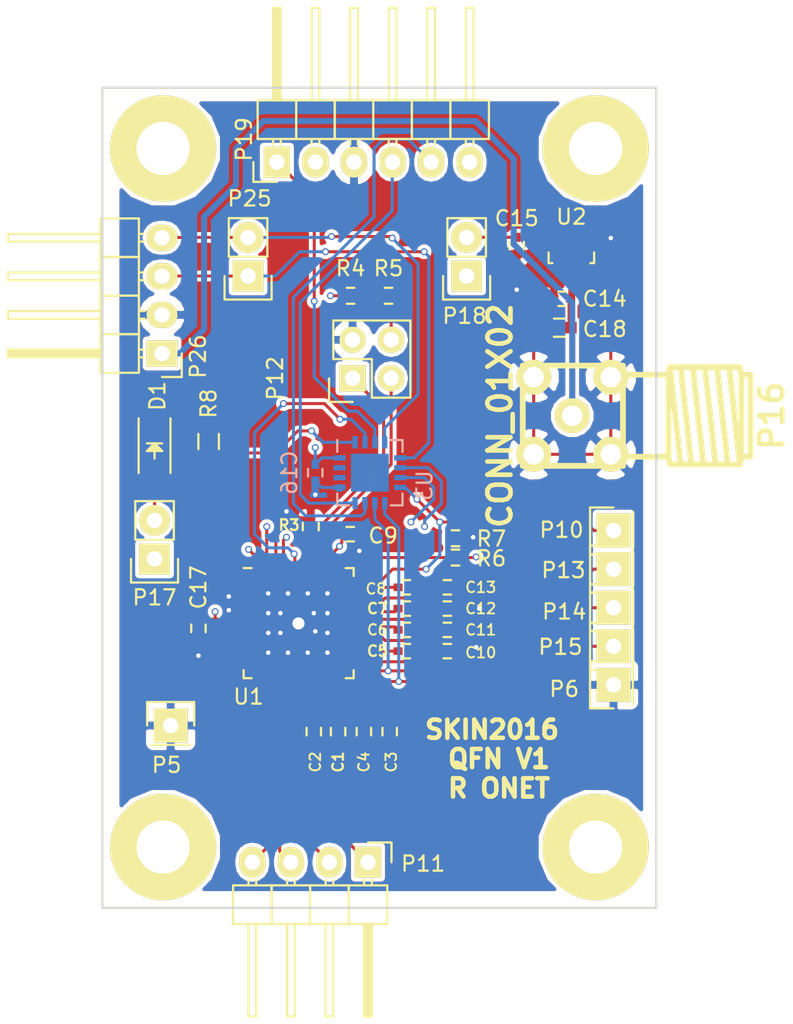
<source format=kicad_pcb>
(kicad_pcb (version 20160815) (host pcbnew no-vcs-found-undefined)
  (layers (0 F.Cu signal) (1 In1.Cu signal) (2 In2.Cu signal) (31 B.Cu signal) (34 B.Paste user) (35 F.Paste user) (36 B.SilkS user) (37 F.SilkS user) (38 B.Mask user) (39 F.Mask user) (44 Edge.Cuts user))
  (net 0 "")
  (net 1 GND)
  (net 2 "Net-(C5-Pad2)")
  (net 3 "Net-(C6-Pad2)")
  (net 4 "Net-(C8-Pad2)")
  (net 5 +1V8)
  (net 6 "Net-(C10-Pad1)")
  (net 7 "Net-(C11-Pad1)")
  (net 8 "Net-(C12-Pad1)")
  (net 9 "Net-(C13-Pad1)")
  (net 10 "Net-(C15-Pad1)")
  (net 11 "Net-(D1-Pad2)")
  (net 12 "Net-(D1-Pad1)")
  (net 13 "Net-(P11-Pad1)")
  (net 14 "Net-(P11-Pad2)")
  (net 15 "Net-(P11-Pad3)")
  (net 16 "Net-(P11-Pad4)")
  (net 17 "Net-(P12-Pad1)")
  (net 18 "Net-(P12-Pad3)")
  (net 19 "Net-(P12-Pad4)")
  (net 20 /VREF_SE)
  (net 21 /MCLR)
  (net 22 /PGD)
  (net 23 /PGC)
  (net 24 "Net-(R3-Pad2)")
  (net 25 "Net-(R4-Pad2)")
  (net 26 /CFG_DAT)
  (net 27 /CFG_CLK)
  (net 28 /CLK_REF)
  (net 29 /VOUTN)
  (net 30 /VOUTP)
  (net 31 /VOUT_SE)
  (net 32 "Net-(C1-Pad1)")
  (net 33 "Net-(C1-Pad2)")
  (net 34 "Net-(C2-Pad1)")
  (net 35 "Net-(C3-Pad1)")
  (net 36 "Net-(C3-Pad2)")
  (net 37 "Net-(C4-Pad1)")
  (net 38 "Net-(C7-Pad2)")
  (net 39 /RESET_SKIN)
  (net 40 /3V)
  (net 41 /RX_DATA)
  (net 42 /TX_DATA)
  (module Housings_DFN_QFN:QFN-48-1EP_7x7mm_Pitch0.5mm (layer F.Cu) (at 149.432 143.256)
    (fp_text reference U1 (at -3.302 4.844) (layer F.SilkS))
    (fp_text value SKINC2016_QFN48)
    (pad 49 smd rect (at -1.93125 -1.93125) (size 1.2875 1.2875) (layers F.Cu F.Paste F.Mask) (net 1 GND))
    (pad 49 smd rect (at -1.93125 -0.64375) (size 1.2875 1.2875) (layers F.Cu F.Paste F.Mask) (net 1 GND))
    (pad 49 smd rect (at -1.93125 0.64375) (size 1.2875 1.2875) (layers F.Cu F.Paste F.Mask) (net 1 GND))
    (pad 49 smd rect (at -1.93125 1.93125) (size 1.2875 1.2875) (layers F.Cu F.Paste F.Mask) (net 1 GND))
    (pad 49 smd rect (at -0.64375 -1.93125) (size 1.2875 1.2875) (layers F.Cu F.Paste F.Mask) (net 1 GND))
    (pad 49 smd rect (at -0.64375 -0.64375) (size 1.2875 1.2875) (layers F.Cu F.Paste F.Mask) (net 1 GND))
    (pad 49 smd rect (at -0.64375 0.64375) (size 1.2875 1.2875) (layers F.Cu F.Paste F.Mask) (net 1 GND))
    (pad 49 smd rect (at -0.64375 1.93125) (size 1.2875 1.2875) (layers F.Cu F.Paste F.Mask) (net 1 GND))
    (pad 49 smd rect (at 0.64375 -1.93125) (size 1.2875 1.2875) (layers F.Cu F.Paste F.Mask) (net 1 GND))
    (pad 49 smd rect (at 0.64375 -0.64375) (size 1.2875 1.2875) (layers F.Cu F.Paste F.Mask) (net 1 GND))
    (pad 49 smd rect (at 0.64375 0.64375) (size 1.2875 1.2875) (layers F.Cu F.Paste F.Mask) (net 1 GND))
    (pad 49 smd rect (at 0.64375 1.93125) (size 1.2875 1.2875) (layers F.Cu F.Paste F.Mask) (net 1 GND))
    (pad 49 smd rect (at 1.93125 -1.93125) (size 1.2875 1.2875) (layers F.Cu F.Paste F.Mask) (net 1 GND))
    (pad 49 smd rect (at 1.93125 -0.64375) (size 1.2875 1.2875) (layers F.Cu F.Paste F.Mask) (net 1 GND))
    (pad 49 smd rect (at 1.93125 0.64375) (size 1.2875 1.2875) (layers F.Cu F.Paste F.Mask) (net 1 GND))
    (pad 49 smd rect (at 1.93125 1.93125) (size 1.2875 1.2875) (layers F.Cu F.Paste F.Mask) (net 1 GND))
    (pad 48 smd rect (at -2.75 -3.4 90) (size 0.7 0.25) (layers F.Cu F.Paste F.Mask))
    (pad 47 smd rect (at -2.25 -3.4 90) (size 0.7 0.25) (layers F.Cu F.Paste F.Mask) (net 5 +1V8))
    (pad 46 smd rect (at -1.75 -3.4 90) (size 0.7 0.25) (layers F.Cu F.Paste F.Mask) (net 26 /CFG_DAT))
    (pad 45 smd rect (at -1.25 -3.4 90) (size 0.7 0.25) (layers F.Cu F.Paste F.Mask) (net 39 /RESET_SKIN))
    (pad 44 smd rect (at -0.75 -3.4 90) (size 0.7 0.25) (layers F.Cu F.Paste F.Mask) (net 27 /CFG_CLK))
    (pad 43 smd rect (at -0.25 -3.4 90) (size 0.7 0.25) (layers F.Cu F.Paste F.Mask) (net 28 /CLK_REF))
    (pad 42 smd rect (at 0.25 -3.4 90) (size 0.7 0.25) (layers F.Cu F.Paste F.Mask) (net 24 "Net-(R3-Pad2)"))
    (pad 41 smd rect (at 0.75 -3.4 90) (size 0.7 0.25) (layers F.Cu F.Paste F.Mask) (net 17 "Net-(P12-Pad1)"))
    (pad 40 smd rect (at 1.25 -3.4 90) (size 0.7 0.25) (layers F.Cu F.Paste F.Mask) (net 18 "Net-(P12-Pad3)"))
    (pad 39 smd rect (at 1.75 -3.4 90) (size 0.7 0.25) (layers F.Cu F.Paste F.Mask) (net 5 +1V8))
    (pad 38 smd rect (at 2.25 -3.4 90) (size 0.7 0.25) (layers F.Cu F.Paste F.Mask) (net 1 GND))
    (pad 37 smd rect (at 2.75 -3.4 90) (size 0.7 0.25) (layers F.Cu F.Paste F.Mask))
    (pad 36 smd rect (at 3.4 -2.75) (size 0.7 0.25) (layers F.Cu F.Paste F.Mask) (net 20 /VREF_SE))
    (pad 35 smd rect (at 3.4 -2.25) (size 0.7 0.25) (layers F.Cu F.Paste F.Mask) (net 31 /VOUT_SE))
    (pad 34 smd rect (at 3.4 -1.75) (size 0.7 0.25) (layers F.Cu F.Paste F.Mask) (net 4 "Net-(C8-Pad2)"))
    (pad 33 smd rect (at 3.4 -1.25) (size 0.7 0.25) (layers F.Cu F.Paste F.Mask) (net 9 "Net-(C13-Pad1)"))
    (pad 32 smd rect (at 3.4 -0.75) (size 0.7 0.25) (layers F.Cu F.Paste F.Mask) (net 38 "Net-(C7-Pad2)"))
    (pad 31 smd rect (at 3.4 -0.25) (size 0.7 0.25) (layers F.Cu F.Paste F.Mask) (net 8 "Net-(C12-Pad1)"))
    (pad 30 smd rect (at 3.4 0.25) (size 0.7 0.25) (layers F.Cu F.Paste F.Mask) (net 3 "Net-(C6-Pad2)"))
    (pad 29 smd rect (at 3.4 0.75) (size 0.7 0.25) (layers F.Cu F.Paste F.Mask) (net 7 "Net-(C11-Pad1)"))
    (pad 28 smd rect (at 3.4 1.25) (size 0.7 0.25) (layers F.Cu F.Paste F.Mask) (net 2 "Net-(C5-Pad2)"))
    (pad 27 smd rect (at 3.4 1.75) (size 0.7 0.25) (layers F.Cu F.Paste F.Mask) (net 6 "Net-(C10-Pad1)"))
    (pad 26 smd rect (at 3.4 2.25) (size 0.7 0.25) (layers F.Cu F.Paste F.Mask) (net 30 /VOUTP))
    (pad 25 smd rect (at 3.4 2.75) (size 0.7 0.25) (layers F.Cu F.Paste F.Mask) (net 29 /VOUTN))
    (pad 24 smd rect (at 2.75 3.4 90) (size 0.7 0.25) (layers F.Cu F.Paste F.Mask) (net 35 "Net-(C3-Pad1)"))
    (pad 23 smd rect (at 2.25 3.4 90) (size 0.7 0.25) (layers F.Cu F.Paste F.Mask) (net 37 "Net-(C4-Pad1)"))
    (pad 22 smd rect (at 1.75 3.4 90) (size 0.7 0.25) (layers F.Cu F.Paste F.Mask) (net 36 "Net-(C3-Pad2)"))
    (pad 21 smd rect (at 1.25 3.4 90) (size 0.7 0.25) (layers F.Cu F.Paste F.Mask) (net 32 "Net-(C1-Pad1)"))
    (pad 20 smd rect (at 0.75 3.4 90) (size 0.7 0.25) (layers F.Cu F.Paste F.Mask) (net 34 "Net-(C2-Pad1)"))
    (pad 19 smd rect (at 0.25 3.4 90) (size 0.7 0.25) (layers F.Cu F.Paste F.Mask) (net 33 "Net-(C1-Pad2)"))
    (pad 18 smd rect (at -0.25 3.4 90) (size 0.7 0.25) (layers F.Cu F.Paste F.Mask) (net 13 "Net-(P11-Pad1)"))
    (pad 17 smd rect (at -0.75 3.4 90) (size 0.7 0.25) (layers F.Cu F.Paste F.Mask) (net 14 "Net-(P11-Pad2)"))
    (pad 16 smd rect (at -1.25 3.4 90) (size 0.7 0.25) (layers F.Cu F.Paste F.Mask) (net 15 "Net-(P11-Pad3)"))
    (pad 15 smd rect (at -1.75 3.4 90) (size 0.7 0.25) (layers F.Cu F.Paste F.Mask) (net 16 "Net-(P11-Pad4)"))
    (pad 14 smd rect (at -2.25 3.4 90) (size 0.7 0.25) (layers F.Cu F.Paste F.Mask))
    (pad 13 smd rect (at -2.75 3.4 90) (size 0.7 0.25) (layers F.Cu F.Paste F.Mask))
    (pad 12 smd rect (at -3.4 2.75) (size 0.7 0.25) (layers F.Cu F.Paste F.Mask))
    (pad 11 smd rect (at -3.4 2.25) (size 0.7 0.25) (layers F.Cu F.Paste F.Mask))
    (pad 10 smd rect (at -3.4 1.75) (size 0.7 0.25) (layers F.Cu F.Paste F.Mask))
    (pad 9 smd rect (at -3.4 1.25) (size 0.7 0.25) (layers F.Cu F.Paste F.Mask))
    (pad 8 smd rect (at -3.4 0.75) (size 0.7 0.25) (layers F.Cu F.Paste F.Mask))
    (pad 7 smd rect (at -3.4 0.25) (size 0.7 0.25) (layers F.Cu F.Paste F.Mask) (net 1 GND))
    (pad 6 smd rect (at -3.4 -0.25) (size 0.7 0.25) (layers F.Cu F.Paste F.Mask) (net 5 +1V8))
    (pad 5 smd rect (at -3.4 -0.75) (size 0.7 0.25) (layers F.Cu F.Paste F.Mask) (net 1 GND))
    (pad 4 smd rect (at -3.4 -1.25) (size 0.7 0.25) (layers F.Cu F.Paste F.Mask) (net 1 GND))
    (pad 3 smd rect (at -3.4 -1.75) (size 0.7 0.25) (layers F.Cu F.Paste F.Mask))
    (pad 2 smd rect (at -3.4 -2.25) (size 0.7 0.25) (layers F.Cu F.Paste F.Mask))
    (pad 1 smd rect (at -3.4 -2.75) (size 0.7 0.25) (layers F.Cu F.Paste F.Mask))
  )
  (module Capacitors_SMD:C_0402 (layer F.Cu) (at 152.03 150.4 270)
    (fp_text reference C1 (at 2 0 270) (layer F.SilkS) (effects (font (size 0.7 0.7))))
    (fp_text value 1.5n)
    (pad 1 smd rect (at -0.55 0 270) (size 0.6 0.5) (layers F.Cu F.Paste F.Mask) (net 32 "Net-(C1-Pad1)"))
    (pad 2 smd rect (at 0.55 0 270) (size 0.6 0.5) (layers F.Cu F.Paste F.Mask) (net 33 "Net-(C1-Pad2)"))
  )
  (module Capacitors_SMD:C_0402 (layer F.Cu) (at 155.43 150.4 270)
    (fp_text reference C3 (at 2 -0.1 270) (layer F.SilkS) (effects (font (size 0.7 0.7) (thickness 0.125))))
    (fp_text value 1.5n)
    (pad 1 smd rect (at -0.55 0 270) (size 0.6 0.5) (layers F.Cu F.Paste F.Mask) (net 35 "Net-(C3-Pad1)"))
    (pad 2 smd rect (at 0.55 0 270) (size 0.6 0.5) (layers F.Cu F.Paste F.Mask) (net 36 "Net-(C3-Pad2)"))
  )
  (module Capacitors_SMD:C_0402 (layer F.Cu) (at 156.53 145.1 180)
    (fp_text reference C5 (at 1.9 0 180) (layer F.SilkS) (effects (font (size 0.7 0.7))))
    (fp_text value 470p)
    (pad 1 smd rect (at -0.55 0 180) (size 0.6 0.5) (layers F.Cu F.Paste F.Mask) (net 6 "Net-(C10-Pad1)"))
    (pad 2 smd rect (at 0.55 0 180) (size 0.6 0.5) (layers F.Cu F.Paste F.Mask) (net 2 "Net-(C5-Pad2)"))
  )
  (module Capacitors_SMD:C_0402 (layer F.Cu) (at 156.53 143.7 180)
    (fp_text reference C6 (at 1.9 0 180) (layer F.SilkS) (effects (font (size 0.7 0.7) (thickness 0.125))))
    (fp_text value 470p)
    (pad 1 smd rect (at -0.55 0 180) (size 0.6 0.5) (layers F.Cu F.Paste F.Mask) (net 7 "Net-(C11-Pad1)"))
    (pad 2 smd rect (at 0.55 0 180) (size 0.6 0.5) (layers F.Cu F.Paste F.Mask) (net 3 "Net-(C6-Pad2)"))
  )
  (module Capacitors_SMD:C_0402 (layer F.Cu) (at 156.53 142.3 180)
    (fp_text reference C7 (at 1.9 0 180) (layer F.SilkS) (effects (font (size 0.7 0.7))))
    (fp_text value 470p)
    (pad 1 smd rect (at -0.55 0 180) (size 0.6 0.5) (layers F.Cu F.Paste F.Mask) (net 8 "Net-(C12-Pad1)"))
    (pad 2 smd rect (at 0.55 0 180) (size 0.6 0.5) (layers F.Cu F.Paste F.Mask) (net 38 "Net-(C7-Pad2)"))
  )
  (module Capacitors_SMD:C_0402 (layer F.Cu) (at 156.53 140.9 180)
    (fp_text reference C8 (at 2 -0.1 180) (layer F.SilkS) (effects (font (size 0.7 0.7) (thickness 0.125))))
    (fp_text value 470p)
    (pad 1 smd rect (at -0.55 0 180) (size 0.6 0.5) (layers F.Cu F.Paste F.Mask) (net 9 "Net-(C13-Pad1)"))
    (pad 2 smd rect (at 0.55 0 180) (size 0.6 0.5) (layers F.Cu F.Paste F.Mask) (net 4 "Net-(C8-Pad2)"))
  )
  (module Capacitors_SMD:C_0402 (layer F.Cu) (at 152.83 137.4)
    (fp_text reference C9 (at 2.17 0.1) (layer F.SilkS))
    (fp_text value 0.1U)
    (pad 1 smd rect (at -0.55 0) (size 0.6 0.5) (layers F.Cu F.Paste F.Mask) (net 5 +1V8))
    (pad 2 smd rect (at 0.55 0) (size 0.6 0.5) (layers F.Cu F.Paste F.Mask) (net 1 GND))
  )
  (module Capacitors_SMD:C_0402 (layer F.Cu) (at 159.23 145.1)
    (fp_text reference C10 (at 2.2 0.1) (layer F.SilkS) (effects (font (size 0.7 0.7) (thickness 0.125))))
    (fp_text value 470p)
    (pad 1 smd rect (at -0.55 0) (size 0.6 0.5) (layers F.Cu F.Paste F.Mask) (net 6 "Net-(C10-Pad1)"))
    (pad 2 smd rect (at 0.55 0) (size 0.6 0.5) (layers F.Cu F.Paste F.Mask) (net 1 GND))
  )
  (module Capacitors_SMD:C_0402 (layer F.Cu) (at 159.23 143.7)
    (fp_text reference C11 (at 2.2 0) (layer F.SilkS) (effects (font (size 0.7 0.7) (thickness 0.125))))
    (fp_text value 470p)
    (pad 1 smd rect (at -0.55 0) (size 0.6 0.5) (layers F.Cu F.Paste F.Mask) (net 7 "Net-(C11-Pad1)"))
    (pad 2 smd rect (at 0.55 0) (size 0.6 0.5) (layers F.Cu F.Paste F.Mask) (net 1 GND))
  )
  (module Capacitors_SMD:C_0402 (layer F.Cu) (at 159.23 142.3)
    (fp_text reference C12 (at 2.2 0) (layer F.SilkS) (effects (font (size 0.7 0.7) (thickness 0.125))))
    (fp_text value 470p)
    (pad 1 smd rect (at -0.55 0) (size 0.6 0.5) (layers F.Cu F.Paste F.Mask) (net 8 "Net-(C12-Pad1)"))
    (pad 2 smd rect (at 0.55 0) (size 0.6 0.5) (layers F.Cu F.Paste F.Mask) (net 1 GND))
  )
  (module Capacitors_SMD:C_0402 (layer F.Cu) (at 159.23 140.9)
    (fp_text reference C13 (at 2.2 0) (layer F.SilkS) (effects (font (size 0.7 0.7) (thickness 0.125))))
    (fp_text value 470p)
    (pad 1 smd rect (at -0.55 0) (size 0.6 0.5) (layers F.Cu F.Paste F.Mask) (net 9 "Net-(C13-Pad1)"))
    (pad 2 smd rect (at 0.55 0) (size 0.6 0.5) (layers F.Cu F.Paste F.Mask) (net 1 GND))
  )
  (module Capacitors_SMD:C_0402 (layer F.Cu) (at 166.8 121.9 180)
    (fp_text reference C14 (at -2.794 0 180) (layer F.SilkS))
    (fp_text value 1u)
    (pad 1 smd rect (at -0.55 0 180) (size 0.6 0.5) (layers F.Cu F.Paste F.Mask) (net 40 /3V))
    (pad 2 smd rect (at 0.55 0 180) (size 0.6 0.5) (layers F.Cu F.Paste F.Mask) (net 1 GND))
  )
  (module Capacitors_SMD:C_0402 (layer F.Cu) (at 163.8 118.4 270)
    (fp_text reference C15 (at -1.8 0) (layer F.SilkS))
    (fp_text value 1u)
    (pad 1 smd rect (at -0.55 0 270) (size 0.6 0.5) (layers F.Cu F.Paste F.Mask) (net 10 "Net-(C15-Pad1)"))
    (pad 2 smd rect (at 0.55 0 270) (size 0.6 0.5) (layers F.Cu F.Paste F.Mask) (net 1 GND))
  )
  (module Capacitors_SMD:C_0402 (layer B.Cu) (at 150.525 133.35 270)
    (fp_text reference C16 (at 0 1.7 270) (layer B.SilkS) (effects (justify mirror)))
    (fp_text value 0.1U)
    (pad 1 smd rect (at -0.55 0 270) (size 0.6 0.5) (layers B.Cu B.Paste B.Mask) (net 5 +1V8))
    (pad 2 smd rect (at 0.55 0 270) (size 0.6 0.5) (layers B.Cu B.Paste B.Mask) (net 1 GND))
  )
  (module LEDs:LED_1206 (layer F.Cu) (at 139.938 131.92 270)
    (fp_text reference D1 (at -3.62 -0.192 270) (layer F.SilkS))
    (fp_text value LED)
    (pad 2 smd rect (at 1.41986 0 90) (size 1.59766 1.80086) (layers F.Cu F.Paste F.Mask) (net 11 "Net-(D1-Pad2)"))
    (pad 1 smd rect (at -1.41986 0 90) (size 1.59766 1.80086) (layers F.Cu F.Paste F.Mask) (net 12 "Net-(D1-Pad1)"))
  )
  (module Pin_Headers:Pin_Header_Straight_1x01 (layer F.Cu) (at 141 150)
    (fp_text reference P5 (at -0.27 2.6) (layer F.SilkS))
    (fp_text value CONN_01X01)
    (pad 1 thru_hole rect (at 0 0) (size 2.2352 2.2352) (drill 1.016) (layers *.Cu *.Mask F.SilkS) (net 1 GND))
  )
  (module Pin_Headers:Pin_Header_Straight_1x01 (layer F.Cu) (at 170.18 147.32 90)
    (fp_text reference P6 (at -0.28 -3.25 180) (layer F.SilkS))
    (fp_text value CONN_01X01)
    (pad 1 thru_hole rect (at 0 0 90) (size 2.2352 2.2352) (drill 1.016) (layers *.Cu *.Mask F.SilkS) (net 1 GND))
  )
  (module Pin_Headers:Pin_Header_Straight_1x01 (layer F.Cu) (at 170.18 137.19 90)
    (fp_text reference P10 (at 0.07 -3.425 180) (layer F.SilkS))
    (fp_text value CONN_01X01)
    (pad 1 thru_hole rect (at 0.03 0 90) (size 2.2352 2.2352) (drill 1.016) (layers *.Cu *.Mask F.SilkS) (net 31 /VOUT_SE))
  )
  (module Pin_Headers:Pin_Header_Angled_1x04 (layer F.Cu) (at 154 159 270)
    (fp_text reference P11 (at 0.1 -3.63 180) (layer F.SilkS))
    (fp_text value CONN_01X04)
    (pad 1 thru_hole rect (at 0 0 270) (size 2.032 1.7272) (drill 1.016) (layers *.Cu *.Mask F.SilkS) (net 13 "Net-(P11-Pad1)"))
    (pad 2 thru_hole oval (at 0 2.54 270) (size 2.032 1.7272) (drill 1.016) (layers *.Cu *.Mask F.SilkS) (net 14 "Net-(P11-Pad2)"))
    (pad 3 thru_hole oval (at 0 5.08 270) (size 2.032 1.7272) (drill 1.016) (layers *.Cu *.Mask F.SilkS) (net 15 "Net-(P11-Pad3)"))
    (pad 4 thru_hole oval (at 0 7.62 270) (size 2.032 1.7272) (drill 1.016) (layers *.Cu *.Mask F.SilkS) (net 16 "Net-(P11-Pad4)"))
  )
  (module Pin_Headers:Pin_Header_Straight_2x02 (layer F.Cu) (at 152.985 127.14 90)
    (fp_text reference P12 (at 0 -5.1 90) (layer F.SilkS))
    (fp_text value CONN_02X02)
    (pad 1 thru_hole rect (at 0 0 90) (size 1.7272 1.7272) (drill 1.016) (layers *.Cu *.Mask F.SilkS) (net 17 "Net-(P12-Pad1)"))
    (pad 2 thru_hole oval (at 2.54 0 90) (size 1.7272 1.7272) (drill 1.016) (layers *.Cu *.Mask F.SilkS) (net 1 GND))
    (pad 3 thru_hole oval (at 0 2.54 90) (size 1.7272 1.7272) (drill 1.016) (layers *.Cu *.Mask F.SilkS) (net 18 "Net-(P12-Pad3)"))
    (pad 4 thru_hole oval (at 2.54 2.54 90) (size 1.7272 1.7272) (drill 1.016) (layers *.Cu *.Mask F.SilkS) (net 19 "Net-(P12-Pad4)"))
  )
  (module Pin_Headers:Pin_Header_Straight_1x01 (layer F.Cu) (at 170.18 139.7 90)
    (fp_text reference P13 (at -0.075 -3.3 180) (layer F.SilkS))
    (fp_text value CONN_01X01)
    (pad 1 thru_hole rect (at 0 0 90) (size 2.2352 2.2352) (drill 1.016) (layers *.Cu *.Mask F.SilkS) (net 20 /VREF_SE))
  )
  (module Pin_Headers:Pin_Header_Straight_1x01 (layer F.Cu) (at 170.18 142.24 90)
    (fp_text reference P14 (at -0.26 -3.25 180) (layer F.SilkS))
    (fp_text value CONN_01X01)
    (pad 1 thru_hole rect (at 0 0 90) (size 2.2352 2.2352) (drill 1.016) (layers *.Cu *.Mask F.SilkS) (net 30 /VOUTP))
  )
  (module Pin_Headers:Pin_Header_Straight_1x01 (layer F.Cu) (at 170.18 144.78 90)
    (fp_text reference P15 (at -0.045 -3.5 180) (layer F.SilkS))
    (fp_text value CONN_01X01)
    (pad 1 thru_hole rect (at 0 0 90) (size 2.2352 2.2352) (drill 1.016) (layers *.Cu *.Mask F.SilkS) (net 29 /VOUTN))
  )
  (module Pin_Headers:Pin_Header_Straight_1x02 (layer F.Cu) (at 139.938 139.032 180)
    (fp_text reference P17 (at 0 -2.54 180) (layer F.SilkS))
    (fp_text value CONN_01X02)
    (pad 1 thru_hole rect (at 0 0 180) (size 2.032 2.032) (drill 1.016) (layers *.Cu *.Mask F.SilkS) (net 5 +1V8))
    (pad 2 thru_hole oval (at 0 2.54 180) (size 2.032 2.032) (drill 1.016) (layers *.Cu *.Mask F.SilkS) (net 11 "Net-(D1-Pad2)"))
  )
  (module Pin_Headers:Pin_Header_Straight_1x02 (layer F.Cu) (at 160.5 120.4 180)
    (fp_text reference P18 (at 0.1395 -2.628 180) (layer F.SilkS))
    (fp_text value CONN_01X02)
    (pad 1 thru_hole rect (at 0 0 180) (size 2.032 2.032) (drill 1.016) (layers *.Cu *.Mask F.SilkS) (net 5 +1V8))
    (pad 2 thru_hole oval (at 0 2.54 180) (size 2.032 2.032) (drill 1.016) (layers *.Cu *.Mask F.SilkS) (net 10 "Net-(C15-Pad1)"))
  )
  (module Pin_Headers:Pin_Header_Angled_1x06 (layer F.Cu) (at 148 112.9 90)
    (fp_text reference P19 (at 1.5 -2.17 90) (layer F.SilkS))
    (fp_text value CONN_01X06)
    (pad 1 thru_hole rect (at 0 0 90) (size 2.032 1.7272) (drill 1.016) (layers *.Cu *.Mask F.SilkS) (net 21 /MCLR))
    (pad 2 thru_hole oval (at 0 2.54 90) (size 2.032 1.7272) (drill 1.016) (layers *.Cu *.Mask F.SilkS) (net 5 +1V8))
    (pad 3 thru_hole oval (at 0 5.08 90) (size 2.032 1.7272) (drill 1.016) (layers *.Cu *.Mask F.SilkS) (net 1 GND))
    (pad 4 thru_hole oval (at 0 7.62 90) (size 2.032 1.7272) (drill 1.016) (layers *.Cu *.Mask F.SilkS) (net 22 /PGD))
    (pad 5 thru_hole oval (at 0 10.16 90) (size 2.032 1.7272) (drill 1.016) (layers *.Cu *.Mask F.SilkS) (net 23 /PGC))
    (pad 6 thru_hole oval (at 0 12.7 90) (size 2.032 1.7272) (drill 1.016) (layers *.Cu *.Mask F.SilkS))
  )
  (module Resistors_SMD:R_0402 (layer F.Cu) (at 150.23 136.9 270)
    (fp_text reference R3 (at -0.1 1.43) (layer F.SilkS) (effects (font (size 0.7 0.7))))
    (fp_text value 1M)
    (pad 1 smd rect (at -0.45 0 270) (size 0.4 0.6) (layers F.Cu F.Paste F.Mask) (net 1 GND))
    (pad 2 smd rect (at 0.45 0 270) (size 0.4 0.6) (layers F.Cu F.Paste F.Mask) (net 24 "Net-(R3-Pad2)"))
  )
  (module Resistors_SMD:R_0402 (layer F.Cu) (at 152.85 121.7)
    (fp_text reference R4 (at 0 -1.8) (layer F.SilkS))
    (fp_text value R_Small)
    (pad 1 smd rect (at -0.45 0) (size 0.4 0.6) (layers F.Cu F.Paste F.Mask) (net 5 +1V8))
    (pad 2 smd rect (at 0.45 0) (size 0.4 0.6) (layers F.Cu F.Paste F.Mask) (net 25 "Net-(R4-Pad2)"))
  )
  (module Resistors_SMD:R_0402 (layer F.Cu) (at 155.35 121.7)
    (fp_text reference R5 (at 0 -1.8) (layer F.SilkS))
    (fp_text value R_Small)
    (pad 1 smd rect (at -0.45 0) (size 0.4 0.6) (layers F.Cu F.Paste F.Mask) (net 25 "Net-(R4-Pad2)"))
    (pad 2 smd rect (at 0.45 0) (size 0.4 0.6) (layers F.Cu F.Paste F.Mask) (net 19 "Net-(P12-Pad4)"))
  )
  (module Resistors_SMD:R_0402 (layer F.Cu) (at 159.766 138.938 180)
    (fp_text reference R6 (at -2.364 -0.062 180) (layer F.SilkS))
    (fp_text value 100k)
    (pad 1 smd rect (at -0.45 0 180) (size 0.4 0.6) (layers F.Cu F.Paste F.Mask) (net 5 +1V8))
    (pad 2 smd rect (at 0.45 0 180) (size 0.4 0.6) (layers F.Cu F.Paste F.Mask) (net 20 /VREF_SE))
  )
  (module Resistors_SMD:R_0402 (layer F.Cu) (at 159.766 137.668)
    (fp_text reference R7 (at 2.364 0.032) (layer F.SilkS))
    (fp_text value 100k)
    (pad 1 smd rect (at -0.45 0) (size 0.4 0.6) (layers F.Cu F.Paste F.Mask) (net 20 /VREF_SE))
    (pad 2 smd rect (at 0.45 0) (size 0.4 0.6) (layers F.Cu F.Paste F.Mask) (net 1 GND))
  )
  (module Resistors_SMD:R_0603 (layer F.Cu) (at 143.5 131.3 270)
    (fp_text reference R8 (at -2.5 0 270) (layer F.SilkS))
    (fp_text value R)
    (pad 1 smd rect (at -0.75 0 270) (size 0.5 0.9) (layers F.Cu F.Paste F.Mask) (net 12 "Net-(D1-Pad1)"))
    (pad 2 smd rect (at 0.75 0 270) (size 0.5 0.9) (layers F.Cu F.Paste F.Mask) (net 39 /RESET_SKIN))
  )
  (module TO_SOT_Packages_SMD:SOT-23 (layer F.Cu) (at 167.4 118.9 180)
    (fp_text reference U2 (at 0 2.4 180) (layer F.SilkS))
    (fp_text value MCP1702_SOT23)
    (pad 1 smd rect (at -0.95 1.00076 180) (size 0.8001 0.8001) (layers F.Cu F.Paste F.Mask) (net 1 GND))
    (pad 2 smd rect (at 0.95 1.00076 180) (size 0.8001 0.8001) (layers F.Cu F.Paste F.Mask) (net 10 "Net-(C15-Pad1)"))
    (pad 3 smd rect (at 0 -0.99822 180) (size 0.8001 0.8001) (layers F.Cu F.Paste F.Mask) (net 40 /3V))
  )
  (module Housings_DFN_QFN:QFN-16-1EP_4x4mm_Pitch0.65mm (layer B.Cu) (at 154.125 133.35 270)
    (fp_text reference U3 (at 0.85 -3.605 270) (layer B.SilkS) (effects (justify mirror)))
    (fp_text value PIC16LF1823_QFN)
    (pad 1 smd rect (at -2 0.975 270) (size 0.8 0.35) (layers B.Cu B.Paste B.Mask) (net 39 /RESET_SKIN))
    (pad 2 smd rect (at -2 0.325 270) (size 0.8 0.35) (layers B.Cu B.Paste B.Mask) (net 28 /CLK_REF))
    (pad 3 smd rect (at -2 -0.325 270) (size 0.8 0.35) (layers B.Cu B.Paste B.Mask) (net 21 /MCLR))
    (pad 4 smd rect (at -2 -0.975 270) (size 0.8 0.35) (layers B.Cu B.Paste B.Mask) (net 41 /RX_DATA))
    (pad 5 smd rect (at -0.975 -2 180) (size 0.8 0.35) (layers B.Cu B.Paste B.Mask) (net 42 /TX_DATA))
    (pad 6 smd rect (at -0.325 -2 180) (size 0.8 0.35) (layers B.Cu B.Paste B.Mask) (net 27 /CFG_CLK))
    (pad 7 smd rect (at 0.325 -2 180) (size 0.8 0.35) (layers B.Cu B.Paste B.Mask) (net 26 /CFG_DAT))
    (pad 8 smd rect (at 0.975 -2 180) (size 0.8 0.35) (layers B.Cu B.Paste B.Mask) (net 31 /VOUT_SE))
    (pad 9 smd rect (at 2 -0.975 270) (size 0.8 0.35) (layers B.Cu B.Paste B.Mask) (net 29 /VOUTN))
    (pad 10 smd rect (at 2 -0.325 270) (size 0.8 0.35) (layers B.Cu B.Paste B.Mask) (net 30 /VOUTP))
    (pad 11 smd rect (at 2 0.325 270) (size 0.8 0.35) (layers B.Cu B.Paste B.Mask) (net 23 /PGC))
    (pad 12 smd rect (at 2 0.975 270) (size 0.8 0.35) (layers B.Cu B.Paste B.Mask) (net 22 /PGD))
    (pad 13 smd rect (at 0.975 2 180) (size 0.8 0.35) (layers B.Cu B.Paste B.Mask) (net 1 GND))
    (pad 14 smd rect (at 0.325 2 180) (size 0.8 0.35) (layers B.Cu B.Paste B.Mask))
    (pad 15 smd rect (at -0.325 2 180) (size 0.8 0.35) (layers B.Cu B.Paste B.Mask))
    (pad 16 smd rect (at -0.975 2 180) (size 0.8 0.35) (layers B.Cu B.Paste B.Mask) (net 5 +1V8))
    (pad 17 smd rect (at 0.625 -0.625 270) (size 1.25 1.25) (layers B.Cu B.Paste B.Mask))
    (pad 17 smd rect (at 0.625 0.625 270) (size 1.25 1.25) (layers B.Cu B.Paste B.Mask))
    (pad 17 smd rect (at -0.625 -0.625 270) (size 1.25 1.25) (layers B.Cu B.Paste B.Mask))
    (pad 17 smd rect (at -0.625 0.625 270) (size 1.25 1.25) (layers B.Cu B.Paste B.Mask))
  )
  (module Mounting_Holes:MountingHole_3.5mm_Pad (layer F.Cu) (at 169 112)
    (fp_text reference P20 (at 0.03 0) (layer F.SilkS))
    (fp_text value CONN_01X01)
    (pad 1 thru_hole circle (at 0 0) (size 7 7) (drill 3.5) (layers *.Cu *.Mask F.SilkS))
  )
  (module Mounting_Holes:MountingHole_3.5mm_Pad (layer F.Cu) (at 140.5 112)
    (fp_text reference P21 (at 0.03 -0.2) (layer F.SilkS))
    (fp_text value CONN_01X01)
    (pad 1 thru_hole circle (at 0 0) (size 7 7) (drill 3.5) (layers *.Cu *.Mask F.SilkS))
  )
  (module Mounting_Holes:MountingHole_3.5mm_Pad (layer F.Cu) (at 169 158)
    (fp_text reference P22 (at 0.03 0.3) (layer F.SilkS))
    (fp_text value CONN_01X01)
    (pad 1 thru_hole circle (at 0 0) (size 7 7) (drill 3.5) (layers *.Cu *.Mask F.SilkS))
  )
  (module Mounting_Holes:MountingHole_3.5mm_Pad (layer F.Cu) (at 140.5 158)
    (fp_text reference P23 (at -0.17 0) (layer F.SilkS))
    (fp_text value CONN_01X01)
    (pad 1 thru_hole circle (at 0 0) (size 7 7) (drill 3.5) (layers *.Cu *.Mask F.SilkS))
  )
  (module Capacitors_SMD:C_0402 (layer F.Cu) (at 142.83 143.6 270)
    (fp_text reference C17 (at -2.7 0 270) (layer F.SilkS))
    (fp_text value 0.1U)
    (pad 2 smd rect (at 0.55 0 270) (size 0.6 0.5) (layers F.Cu F.Paste F.Mask) (net 1 GND))
    (pad 1 smd rect (at -0.55 0 270) (size 0.6 0.5) (layers F.Cu F.Paste F.Mask) (net 5 +1V8))
  )
  (module Capacitors_SMD:C_0402 (layer F.Cu) (at 150.43 150.4 270)
    (fp_text reference C2 (at 2 -0.1 270) (layer F.SilkS) (effects (font (size 0.7 0.7) (thickness 0.125))))
    (fp_text value 1.5n)
    (pad 2 smd rect (at 0.55 0 270) (size 0.6 0.5) (layers F.Cu F.Paste F.Mask) (net 33 "Net-(C1-Pad2)"))
    (pad 1 smd rect (at -0.55 0 270) (size 0.6 0.5) (layers F.Cu F.Paste F.Mask) (net 34 "Net-(C2-Pad1)"))
  )
  (module Capacitors_SMD:C_0402 (layer F.Cu) (at 153.73 150.4 270)
    (fp_text reference C4 (at 2 0 270) (layer F.SilkS) (effects (font (size 0.7 0.7) (thickness 0.125))))
    (fp_text value 1.5n)
    (pad 2 smd rect (at 0.55 0 270) (size 0.6 0.5) (layers F.Cu F.Paste F.Mask) (net 36 "Net-(C3-Pad2)"))
    (pad 1 smd rect (at -0.55 0 270) (size 0.6 0.5) (layers F.Cu F.Paste F.Mask) (net 37 "Net-(C4-Pad1)"))
  )
  (module Capacitors_SMD:C_0603 (layer F.Cu) (at 166.6 123.8 180)
    (fp_text reference C18 (at -3 -0.1 180) (layer F.SilkS))
    (fp_text value Caux)
    (pad 2 smd rect (at 0.75 0 180) (size 0.8 0.75) (layers F.Cu F.Paste F.Mask) (net 1 GND))
    (pad 1 smd rect (at -0.75 0 180) (size 0.8 0.75) (layers F.Cu F.Paste F.Mask) (net 40 /3V))
  )
  (module w_conn_rf:sma_90_r300.124.403 (layer F.Cu) (at 171.7 129.6 90)
    (fp_text reference P16 (at 0 8.9 90) (layer F.SilkS) (effects (font (thickness 0.3048))))
    (fp_text value CONN_01X02 (at 0 -9 90) (layer F.SilkS) (effects (font (thickness 0.3048))))
    (pad 1 thru_hole circle (at 0 -4.2418 90) (size 2.3 2.3) (drill 1.35) (layers *.Cu *.Mask F.SilkS) (net 40 /3V))
    (pad 2 thru_hole circle (at 2.54 -6.7818 90) (size 2.3 2.3) (drill 1.35) (layers *.Cu *.Mask F.SilkS) (net 1 GND))
    (pad 2 thru_hole circle (at -2.54 -6.7818 90) (size 2.3 2.3) (drill 1.35) (layers *.Cu *.Mask F.SilkS) (net 1 GND))
    (pad 2 thru_hole circle (at -2.54 -1.7018 90) (size 2.3 2.3) (drill 1.35) (layers *.Cu *.Mask F.SilkS) (net 1 GND))
    (pad 2 thru_hole circle (at 2.54 -1.7018 90) (size 2.3 2.3) (drill 1.35) (layers *.Cu *.Mask F.SilkS) (net 1 GND))
  )
  (module Pin_Headers:Pin_Header_Straight_1x02 (layer F.Cu) (at 146.1 120.4 180)
    (fp_text reference P25 (at -0.1 5.1 180) (layer F.SilkS))
    (fp_text value CONN_01X02)
    (pad 2 thru_hole oval (at 0 2.54 180) (size 2.032 2.032) (drill 1.016) (layers *.Cu *.Mask F.SilkS) (net 41 /RX_DATA))
    (pad 1 thru_hole rect (at 0 0 180) (size 2.032 2.032) (drill 1.016) (layers *.Cu *.Mask F.SilkS) (net 42 /TX_DATA))
  )
  (module Pin_Headers:Pin_Header_Angled_1x04 (layer F.Cu) (at 140.43 125.5 180)
    (fp_text reference P26 (at -2.37 -0.2 90) (layer F.SilkS))
    (fp_text value CONN_01X04)
    (pad 4 thru_hole oval (at 0 7.62 180) (size 2.032 1.7272) (drill 1.016) (layers *.Cu *.Mask F.SilkS) (net 41 /RX_DATA))
    (pad 3 thru_hole oval (at 0 5.08 180) (size 2.032 1.7272) (drill 1.016) (layers *.Cu *.Mask F.SilkS) (net 42 /TX_DATA))
    (pad 2 thru_hole oval (at 0 2.54 180) (size 2.032 1.7272) (drill 1.016) (layers *.Cu *.Mask F.SilkS) (net 1 GND))
    (pad 1 thru_hole rect (at 0 0 180) (size 2.032 1.7272) (drill 1.016) (layers *.Cu *.Mask F.SilkS) (net 40 /3V))
  )
  (gr_text "SKIN2016 \nQFN V1\nR ONET" (at 162.63 152.2) (layer F.SilkS) (effects (font (size 1.2 1.2) (thickness 0.3))))
  (gr_line (start 136.5 108) (end 136.5 162) (angle 90) (layer Edge.Cuts) (width 0.15))
  (gr_line (start 173 108) (end 136.5 108) (angle 90) (layer Edge.Cuts) (width 0.15))
  (gr_line (start 173 162) (end 173 108) (angle 90) (layer Edge.Cuts) (width 0.15))
  (gr_line (start 136.5 162) (end 173 162) (angle 90) (layer Edge.Cuts) (width 0.15))
  (segment (start 169.99924 117.89924) (end 170 117.9) (width 0.2) (layer F.Cu) (net 1))
  (via (at 170 117.9) (size 0.46) (drill 0.3) (layers F.Cu B.Cu) (net 1))
  (segment (start 169.99924 117.89924) (end 168.35 117.89924) (width 0.2) (layer F.Cu) (net 1))
  (segment (start 169.9982 132.14) (end 169.9982 127.06) (width 0.2) (layer F.Cu) (net 1))
  (segment (start 164.9182 132.14) (end 169.9982 132.14) (width 0.2) (layer F.Cu) (net 1))
  (segment (start 164.9182 132.14) (end 164.9182 127.06) (width 0.2) (layer F.Cu) (net 1))
  (segment (start 169.9982 127.06) (end 169.9982 119.54744) (width 0.2) (layer F.Cu) (net 1))
  (segment (start 169.9982 119.54744) (end 168.35 117.89924) (width 0.2) (layer F.Cu) (net 1))
  (segment (start 164.9182 127.06) (end 164.9182 124.7318) (width 0.2) (layer F.Cu) (net 1))
  (segment (start 164.9182 124.7318) (end 165.85 123.8) (width 0.2) (layer F.Cu) (net 1))
  (segment (start 163.8 120.25) (end 163.8 121.3) (width 0.2) (layer F.Cu) (net 1))
  (via (at 163.8 121.3) (size 0.46) (drill 0.3) (layers F.Cu B.Cu) (net 1))
  (segment (start 163.8 118.95) (end 163.8 120.25) (width 0.2) (layer F.Cu) (net 1))
  (segment (start 163.8 120.25) (end 165.85 122.3) (width 0.2) (layer F.Cu) (net 1))
  (segment (start 165.85 123.8) (end 165.85 122.3) (width 0.2) (layer F.Cu) (net 1))
  (segment (start 165.85 122.3) (end 166.25 121.9) (width 0.2) (layer F.Cu) (net 1))
  (via (at 153.43 138.5) (size 0.46) (drill 0.3) (layers F.Cu B.Cu) (net 1))
  (segment (start 153.43 137.45) (end 153.43 138.5) (width 0.2) (layer F.Cu) (net 1))
  (segment (start 151.682 139.348) (end 152.23 138.8) (width 0.2) (layer F.Cu) (net 1))
  (segment (start 151.682 139.348) (end 151.682 139.856) (width 0.2) (layer F.Cu) (net 1))
  (segment (start 153.13 138.8) (end 153.43 138.5) (width 0.2) (layer F.Cu) (net 1))
  (segment (start 152.23 138.8) (end 153.13 138.8) (width 0.2) (layer F.Cu) (net 1))
  (segment (start 153.43 137.45) (end 153.38 137.4) (width 0.2) (layer F.Cu) (net 1))
  (segment (start 146.032 143.506) (end 147.107 143.506) (width 0.2) (layer F.Cu) (net 1))
  (segment (start 147.107 143.506) (end 147.50075 143.89975) (width 0.2) (layer F.Cu) (net 1))
  (segment (start 146.032 142.506) (end 147.3945 142.506) (width 0.2) (layer F.Cu) (net 1))
  (segment (start 147.3945 142.506) (end 147.50075 142.61225) (width 0.2) (layer F.Cu) (net 1))
  (segment (start 146.032 142.006) (end 146.8945 142.006) (width 0.2) (layer F.Cu) (net 1))
  (segment (start 146.8945 142.006) (end 147.50075 142.61225) (width 0.2) (layer F.Cu) (net 1))
  (segment (start 151.682 139.856) (end 151.682 141.006) (width 0.2) (layer F.Cu) (net 1))
  (segment (start 151.682 141.006) (end 151.36325 141.32475) (width 0.2) (layer F.Cu) (net 1))
  (segment (start 150.53 143.8) (end 150.43025 143.89975) (width 0.2) (layer F.Cu) (net 1))
  (via (at 150.53 143.8) (size 0.46) (drill 0.3) (layers F.Cu B.Cu) (net 1))
  (segment (start 150.43025 143.89975) (end 150.07575 143.89975) (width 0.2) (layer F.Cu) (net 1))
  (via (at 148.73 141.3) (size 0.46) (drill 0.3) (layers F.Cu B.Cu) (net 1))
  (via (at 147.43 145.2) (size 0.46) (drill 0.3) (layers F.Cu B.Cu) (net 1))
  (via (at 147.43 143.9) (size 0.46) (drill 0.3) (layers F.Cu B.Cu) (net 1))
  (via (at 148.73 145.2) (size 0.46) (drill 0.3) (layers F.Cu B.Cu) (net 1))
  (via (at 147.43 141.3) (size 0.46) (drill 0.3) (layers F.Cu B.Cu) (net 1))
  (via (at 147.43 142.6) (size 0.46) (drill 0.3) (layers F.Cu B.Cu) (net 1))
  (segment (start 148.23 143.9) (end 148.23025 143.89975) (width 0.2) (layer F.Cu) (net 1))
  (via (at 148.23 143.9) (size 0.46) (drill 0.3) (layers F.Cu B.Cu) (net 1))
  (segment (start 148.23025 143.89975) (end 148.78825 143.89975) (width 0.2) (layer F.Cu) (net 1))
  (via (at 150.03 141.3) (size 0.46) (drill 0.3) (layers F.Cu B.Cu) (net 1))
  (segment (start 150.43 142.6) (end 150.41775 142.61225) (width 0.2) (layer F.Cu) (net 1))
  (via (at 150.43 142.6) (size 0.46) (drill 0.3) (layers F.Cu B.Cu) (net 1))
  (segment (start 150.41775 142.61225) (end 150.07575 142.61225) (width 0.2) (layer F.Cu) (net 1))
  (segment (start 148.23 142.6) (end 148.24225 142.61225) (width 0.2) (layer F.Cu) (net 1))
  (via (at 148.23 142.6) (size 0.46) (drill 0.3) (layers F.Cu B.Cu) (net 1))
  (segment (start 148.24225 142.61225) (end 148.78825 142.61225) (width 0.2) (layer F.Cu) (net 1))
  (via (at 151.33 141.3) (size 0.46) (drill 0.3) (layers F.Cu B.Cu) (net 1))
  (via (at 151.33 142.6) (size 0.46) (drill 0.3) (layers F.Cu B.Cu) (net 1))
  (segment (start 145.336 142.006) (end 144.83 141.5) (width 0.2) (layer F.Cu) (net 1))
  (via (at 144.83 141.5) (size 0.46) (drill 0.3) (layers F.Cu B.Cu) (net 1))
  (segment (start 145.336 142.006) (end 146.032 142.006) (width 0.2) (layer F.Cu) (net 1))
  (segment (start 146.032 142.506) (end 144.936 142.506) (width 0.2) (layer F.Cu) (net 1))
  (via (at 144.83 142.4) (size 0.46) (drill 0.3) (layers F.Cu B.Cu) (net 1))
  (segment (start 144.936 142.506) (end 144.83 142.4) (width 0.2) (layer F.Cu) (net 1))
  (segment (start 159.78 142.3) (end 161.33 142.3) (width 0.2) (layer F.Cu) (net 1))
  (via (at 161.33 142.3) (size 0.46) (drill 0.3) (layers F.Cu B.Cu) (net 1))
  (segment (start 161.13 144.84) (end 161.09 144.84) (width 0.2) (layer F.Cu) (net 1))
  (via (at 161.13 144.84) (size 0.46) (drill 0.3) (layers F.Cu B.Cu) (net 1))
  (segment (start 160.83 145.1) (end 159.78 145.1) (width 0.2) (layer F.Cu) (net 1))
  (segment (start 161.09 144.84) (end 160.83 145.1) (width 0.2) (layer F.Cu) (net 1))
  (segment (start 159.78 143.7) (end 159.78 145.1) (width 0.2) (layer F.Cu) (net 1))
  (segment (start 159.78 142.3) (end 159.78 143.7) (width 0.2) (layer F.Cu) (net 1))
  (segment (start 159.78 140.9) (end 159.78 142.3) (width 0.2) (layer F.Cu) (net 1))
  (segment (start 149.18 136.45) (end 148.63 135.9) (width 0.2) (layer F.Cu) (net 1))
  (via (at 148.63 135.9) (size 0.46) (drill 0.3) (layers F.Cu B.Cu) (net 1))
  (segment (start 149.18 136.45) (end 150.33 136.45) (width 0.2) (layer F.Cu) (net 1))
  (segment (start 142.83 145.4) (end 142.83 144.15) (width 0.2) (layer F.Cu) (net 1))
  (segment (start 142.83 145.4) (end 142.93 145.3) (width 0.2) (layer F.Cu) (net 1))
  (via (at 142.83 145.4) (size 0.46) (drill 0.3) (layers F.Cu B.Cu) (net 1))
  (segment (start 146.032 143.506) (end 144.924 143.506) (width 0.2) (layer F.Cu) (net 1))
  (segment (start 144.924 143.506) (end 144.28 144.15) (width 0.2) (layer F.Cu) (net 1))
  (segment (start 144.28 144.15) (end 142.83 144.15) (width 0.2) (layer F.Cu) (net 1))
  (segment (start 151.33 143.9) (end 151.33025 143.89975) (width 0.2) (layer F.Cu) (net 1))
  (via (at 151.33 143.9) (size 0.46) (drill 0.3) (layers F.Cu B.Cu) (net 1))
  (segment (start 151.33025 143.89975) (end 151.36325 143.89975) (width 0.2) (layer F.Cu) (net 1))
  (segment (start 151.33 145.2) (end 151.34275 145.18725) (width 0.2) (layer F.Cu) (net 1))
  (via (at 151.33 145.2) (size 0.46) (drill 0.3) (layers F.Cu B.Cu) (net 1))
  (segment (start 151.34275 145.18725) (end 151.36325 145.18725) (width 0.2) (layer F.Cu) (net 1))
  (segment (start 150.03 145.2) (end 150.04275 145.18725) (width 0.2) (layer F.Cu) (net 1))
  (via (at 150.03 145.2) (size 0.46) (drill 0.3) (layers F.Cu B.Cu) (net 1))
  (segment (start 150.04275 145.18725) (end 150.07575 145.18725) (width 0.2) (layer F.Cu) (net 1))
  (segment (start 150.020339 143.87566) (end 150.044429 143.89975) (width 0.2) (layer F.Cu) (net 1))
  (segment (start 150.044429 143.89975) (end 150.07575 143.89975) (width 0.2) (layer F.Cu) (net 1))
  (segment (start 160.216 137.668) (end 160.862 137.668) (width 0.2) (layer F.Cu) (net 1))
  (via (at 160.93 137.6) (size 0.46) (drill 0.3) (layers F.Cu B.Cu) (net 1))
  (segment (start 160.862 137.668) (end 160.93 137.6) (width 0.2) (layer F.Cu) (net 1))
  (segment (start 150.525 133.9) (end 150.525 134.795) (width 0.2) (layer B.Cu) (net 1))
  (via (at 150.53 134.8) (size 0.46) (drill 0.3) (layers F.Cu B.Cu) (net 1))
  (segment (start 150.525 134.795) (end 150.53 134.8) (width 0.2) (layer B.Cu) (net 1))
  (segment (start 152.125 134.325) (end 150.95 134.325) (width 0.2) (layer B.Cu) (net 1))
  (segment (start 150.95 134.325) (end 150.525 133.9) (width 0.2) (layer B.Cu) (net 1))
  (via (at 149.42034 143.275661) (size 1.2) (drill 0.8) (layers F.Cu B.Cu) (net 1))
  (segment (start 152.832 144.506) (end 154.436 144.506) (width 0.2) (layer F.Cu) (net 2))
  (segment (start 155.03 145.1) (end 155.98 145.1) (width 0.2) (layer F.Cu) (net 2))
  (segment (start 154.436 144.506) (end 155.03 145.1) (width 0.2) (layer F.Cu) (net 2))
  (segment (start 152.832 143.506) (end 155.786 143.506) (width 0.2) (layer F.Cu) (net 3))
  (segment (start 155.786 143.506) (end 155.98 143.7) (width 0.2) (layer F.Cu) (net 3))
  (segment (start 152.832 141.506) (end 154.524 141.506) (width 0.2) (layer F.Cu) (net 4))
  (segment (start 155.13 140.9) (end 155.98 140.9) (width 0.2) (layer F.Cu) (net 4))
  (segment (start 154.524 141.506) (end 155.13 140.9) (width 0.2) (layer F.Cu) (net 4))
  (via (at 152.13 138.2) (size 0.46) (drill 0.3) (layers F.Cu B.Cu) (net 5))
  (segment (start 152.13 138.2) (end 152.13 138.1) (width 0.2) (layer F.Cu) (net 5))
  (segment (start 152.13 138.1) (end 152.28 137.95) (width 0.2) (layer F.Cu) (net 5))
  (segment (start 152.28 137.95) (end 152.28 137.4) (width 0.2) (layer F.Cu) (net 5))
  (segment (start 151.182 139.148) (end 152.13 138.2) (width 0.2) (layer F.Cu) (net 5))
  (segment (start 151.182 139.856) (end 151.182 139.148) (width 0.2) (layer F.Cu) (net 5))
  (segment (start 143.93 143.006) (end 143.93 142.5) (width 0.2) (layer F.Cu) (net 5))
  (via (at 143.93 142.5) (size 0.46) (drill 0.3) (layers F.Cu B.Cu) (net 5))
  (segment (start 161.092 138.938) (end 160.216 138.938) (width 0.2) (layer F.Cu) (net 5))
  (segment (start 161.092 138.938) (end 161.13 138.9) (width 0.2) (layer F.Cu) (net 5))
  (via (at 161.13 138.9) (size 0.46) (drill 0.3) (layers F.Cu B.Cu) (net 5))
  (segment (start 160.254 138.9) (end 160.216 138.938) (width 0.2) (layer F.Cu) (net 5))
  (segment (start 150.525 131.705) (end 150.53 131.7) (width 0.2) (layer B.Cu) (net 5))
  (via (at 150.53 131.7) (size 0.46) (drill 0.3) (layers F.Cu B.Cu) (net 5))
  (segment (start 150.525 132.8) (end 150.525 131.705) (width 0.2) (layer B.Cu) (net 5))
  (segment (start 147.182 139.856) (end 147.182 139.452) (width 0.2) (layer F.Cu) (net 5))
  (via (at 146.13 138.4) (size 0.46) (drill 0.3) (layers F.Cu B.Cu) (net 5))
  (segment (start 147.182 139.452) (end 146.13 138.4) (width 0.2) (layer F.Cu) (net 5))
  (segment (start 146.032 143.006) (end 143.93 143.006) (width 0.2) (layer F.Cu) (net 5))
  (segment (start 143.93 143.006) (end 142.874 143.006) (width 0.2) (layer F.Cu) (net 5))
  (segment (start 142.874 143.006) (end 142.83 143.05) (width 0.2) (layer F.Cu) (net 5))
  (segment (start 152.4 121.7) (end 151.53 121.7) (width 0.2) (layer F.Cu) (net 5))
  (via (at 151.53 121.7) (size 0.46) (drill 0.3) (layers F.Cu B.Cu) (net 5))
  (segment (start 152.125 132.375) (end 150.95 132.375) (width 0.2) (layer B.Cu) (net 5))
  (segment (start 150.95 132.375) (end 150.525 132.8) (width 0.2) (layer B.Cu) (net 5))
  (segment (start 157.08 145.1) (end 158.68 145.1) (width 0.2) (layer F.Cu) (net 6))
  (segment (start 152.832 145.006) (end 154.036 145.006) (width 0.2) (layer F.Cu) (net 6))
  (segment (start 156.38 145.8) (end 157.08 145.1) (width 0.2) (layer F.Cu) (net 6))
  (segment (start 154.83 145.8) (end 156.38 145.8) (width 0.2) (layer F.Cu) (net 6))
  (segment (start 154.036 145.006) (end 154.83 145.8) (width 0.2) (layer F.Cu) (net 6))
  (segment (start 157.08 143.7) (end 158.68 143.7) (width 0.2) (layer F.Cu) (net 7))
  (segment (start 152.832 144.006) (end 154.736 144.006) (width 0.2) (layer F.Cu) (net 7))
  (segment (start 156.38 144.4) (end 157.08 143.7) (width 0.2) (layer F.Cu) (net 7))
  (segment (start 155.13 144.4) (end 156.38 144.4) (width 0.2) (layer F.Cu) (net 7))
  (segment (start 154.736 144.006) (end 155.13 144.4) (width 0.2) (layer F.Cu) (net 7))
  (segment (start 157.08 142.3) (end 158.68 142.3) (width 0.2) (layer F.Cu) (net 8))
  (segment (start 152.832 143.006) (end 156.424 143.006) (width 0.2) (layer F.Cu) (net 8))
  (segment (start 156.424 143.006) (end 157.08 142.35) (width 0.2) (layer F.Cu) (net 8))
  (segment (start 157.08 140.9) (end 158.68 140.9) (width 0.2) (layer F.Cu) (net 9))
  (segment (start 152.832 142.006) (end 154.724 142.006) (width 0.2) (layer F.Cu) (net 9))
  (segment (start 156.38 141.6) (end 157.08 140.9) (width 0.2) (layer F.Cu) (net 9))
  (segment (start 155.13 141.6) (end 156.38 141.6) (width 0.2) (layer F.Cu) (net 9))
  (segment (start 154.724 142.006) (end 155.13 141.6) (width 0.2) (layer F.Cu) (net 9))
  (segment (start 166.45 117.89924) (end 163.84924 117.89924) (width 0.2) (layer F.Cu) (net 10))
  (segment (start 163.84924 117.89924) (end 163.8 117.85) (width 0.2) (layer F.Cu) (net 10))
  (segment (start 163.8 117.85) (end 160.51 117.85) (width 0.2) (layer F.Cu) (net 10))
  (segment (start 160.51 117.85) (end 160.5 117.86) (width 0.2) (layer F.Cu) (net 10))
  (segment (start 139.938 133.33986) (end 139.938 136.492) (width 0.2) (layer F.Cu) (net 11))
  (segment (start 143.5 130.55) (end 139.98786 130.55) (width 0.2) (layer F.Cu) (net 12))
  (segment (start 139.98786 130.55) (end 139.938 130.50014) (width 0.2) (layer F.Cu) (net 12))
  (segment (start 139.98786 130.55) (end 139.938 130.50014) (width 0.2) (layer F.Cu) (net 12))
  (segment (start 149.182 146.656) (end 149.182 154.182) (width 0.2) (layer F.Cu) (net 13))
  (segment (start 149.182 154.182) (end 154 159) (width 0.2) (layer F.Cu) (net 13))
  (segment (start 148.682 146.656) (end 148.682 156.222) (width 0.2) (layer F.Cu) (net 14))
  (segment (start 148.682 156.222) (end 151.46 159) (width 0.2) (layer F.Cu) (net 14))
  (segment (start 148.182 146.656) (end 148.182 158.262) (width 0.2) (layer F.Cu) (net 15))
  (segment (start 148.182 158.262) (end 148.92 159) (width 0.2) (layer F.Cu) (net 15))
  (segment (start 147.682 146.656) (end 147.682 157.698) (width 0.2) (layer F.Cu) (net 16))
  (segment (start 147.682 157.698) (end 146.38 159) (width 0.2) (layer F.Cu) (net 16))
  (segment (start 150.9 138.2) (end 150.9 136.83) (width 0.2) (layer F.Cu) (net 17))
  (segment (start 150.93 136.8) (end 155.03 132.7) (width 0.2) (layer F.Cu) (net 17))
  (segment (start 150.182 139.856) (end 150.182 138.918) (width 0.2) (layer F.Cu) (net 17))
  (segment (start 150.182 138.918) (end 150.9 138.2) (width 0.2) (layer F.Cu) (net 17))
  (segment (start 155.03 129.185) (end 152.985 127.14) (width 0.2) (layer F.Cu) (net 17))
  (segment (start 155.03 132.7) (end 155.03 129.185) (width 0.2) (layer F.Cu) (net 17))
  (segment (start 150.9 136.83) (end 150.93 136.8) (width 0.2) (layer F.Cu) (net 17))
  (segment (start 150.682 139.856) (end 150.682 139.018) (width 0.2) (layer F.Cu) (net 18))
  (segment (start 151.4 138.3) (end 151.4 136.93) (width 0.2) (layer F.Cu) (net 18))
  (segment (start 150.682 139.018) (end 151.4 138.3) (width 0.2) (layer F.Cu) (net 18))
  (segment (start 151.4 136.93) (end 155.525 132.805) (width 0.2) (layer F.Cu) (net 18))
  (segment (start 155.525 132.805) (end 155.525 127.14) (width 0.2) (layer F.Cu) (net 18))
  (segment (start 155.525 124.6) (end 155.525 121.975) (width 0.2) (layer F.Cu) (net 19))
  (segment (start 155.525 121.975) (end 155.8 121.7) (width 0.2) (layer F.Cu) (net 19))
  (segment (start 152.832 140.506) (end 153.124 140.506) (width 0.2) (layer F.Cu) (net 20))
  (segment (start 153.124 140.506) (end 154.692 138.938) (width 0.2) (layer F.Cu) (net 20))
  (segment (start 154.692 138.938) (end 159.316 138.938) (width 0.2) (layer F.Cu) (net 20))
  (segment (start 159.316 137.668) (end 159.316 138.938) (width 0.2) (layer F.Cu) (net 20))
  (segment (start 168.5924 139.97) (end 159.939 139.97) (width 0.2) (layer F.Cu) (net 20))
  (segment (start 159.939 139.97) (end 159.316 139.347) (width 0.2) (layer F.Cu) (net 20))
  (segment (start 170.18 139.7) (end 168.8624 139.7) (width 0.2) (layer F.Cu) (net 20))
  (segment (start 168.8624 139.7) (end 168.5924 139.97) (width 0.2) (layer F.Cu) (net 20))
  (segment (start 159.316 139.347) (end 159.316 138.938) (width 0.2) (layer F.Cu) (net 20))
  (segment (start 150.46 126.7) (end 150.46 127.06) (width 0.2) (layer B.Cu) (net 21))
  (segment (start 154.45 130.45) (end 154.45 131.35) (width 0.2) (layer B.Cu) (net 21))
  (segment (start 153.3 129.3) (end 154.45 130.45) (width 0.2) (layer B.Cu) (net 21))
  (segment (start 152.7 129.3) (end 153.3 129.3) (width 0.2) (layer B.Cu) (net 21))
  (segment (start 150.46 127.06) (end 152.7 129.3) (width 0.2) (layer B.Cu) (net 21))
  (segment (start 150.46 122.06) (end 150.46 115.36) (width 0.2) (layer F.Cu) (net 21))
  (via (at 150.46 122.06) (size 0.46) (drill 0.3) (layers F.Cu B.Cu) (net 21))
  (segment (start 150.46 126.76) (end 150.46 126.7) (width 0.2) (layer B.Cu) (net 21))
  (segment (start 150.46 126.7) (end 150.46 122.06) (width 0.2) (layer B.Cu) (net 21))
  (segment (start 150.46 115.36) (end 148 112.9) (width 0.2) (layer F.Cu) (net 21))
  (segment (start 155.6 116.09) (end 155.6 112.92) (width 0.2) (layer B.Cu) (net 22))
  (segment (start 155.6 112.92) (end 155.62 112.9) (width 0.2) (layer B.Cu) (net 22))
  (segment (start 149.54 122.15) (end 155.6 116.09) (width 0.2) (layer B.Cu) (net 22))
  (segment (start 149.54 134.79) (end 149.54 122.15) (width 0.2) (layer B.Cu) (net 22))
  (segment (start 150.1 135.35) (end 149.54 134.79) (width 0.2) (layer B.Cu) (net 22))
  (segment (start 153.15 135.35) (end 150.1 135.35) (width 0.2) (layer B.Cu) (net 22))
  (segment (start 149.09 122) (end 149.09 121.81) (width 0.2) (layer B.Cu) (net 23))
  (segment (start 156.66 111.4) (end 158.16 112.9) (width 0.2) (layer B.Cu) (net 23))
  (segment (start 155 111.4) (end 156.66 111.4) (width 0.2) (layer B.Cu) (net 23))
  (segment (start 154.4 112) (end 155 111.4) (width 0.2) (layer B.Cu) (net 23))
  (segment (start 154.4 116.5) (end 154.4 112) (width 0.2) (layer B.Cu) (net 23))
  (segment (start 149.09 121.81) (end 154.4 116.5) (width 0.2) (layer B.Cu) (net 23))
  (segment (start 149.09 135.39) (end 149.09 122) (width 0.2) (layer B.Cu) (net 23))
  (segment (start 149.09 122) (end 149.09 121.99) (width 0.2) (layer B.Cu) (net 23))
  (segment (start 149.89 136.19) (end 149.09 135.39) (width 0.2) (layer B.Cu) (net 23))
  (segment (start 153.56 136.19) (end 149.89 136.19) (width 0.2) (layer B.Cu) (net 23))
  (segment (start 153.8 135.35) (end 153.8 135.95) (width 0.2) (layer B.Cu) (net 23))
  (segment (start 153.8 135.95) (end 153.56 136.19) (width 0.2) (layer B.Cu) (net 23))
  (segment (start 149.682 139) (end 149.682 138.848) (width 0.2) (layer F.Cu) (net 24))
  (segment (start 150.23 138.3) (end 150.23 137.35) (width 0.2) (layer F.Cu) (net 24))
  (segment (start 149.682 138.848) (end 150.23 138.3) (width 0.2) (layer F.Cu) (net 24))
  (segment (start 149.682 139.856) (end 149.682 139) (width 0.2) (layer F.Cu) (net 24))
  (segment (start 149.682 139) (end 149.682 138.948) (width 0.2) (layer F.Cu) (net 24))
  (segment (start 154.9 121.7) (end 153.3 121.7) (width 0.2) (layer F.Cu) (net 25))
  (segment (start 147.682 139.856) (end 147.682 139.352) (width 0.2) (layer F.Cu) (net 26))
  (segment (start 147.33 139) (end 147.682 139.352) (width 0.2) (layer F.Cu) (net 26))
  (segment (start 147.33 138.8) (end 147.33 139) (width 0.2) (layer F.Cu) (net 26))
  (segment (start 147.33 136.9) (end 147.33 138.8) (width 0.2) (layer F.Cu) (net 26))
  (via (at 147.33 136.9) (size 0.46) (drill 0.3) (layers F.Cu B.Cu) (net 26))
  (segment (start 158.33 135.1) (end 156.83 136.6) (width 0.2) (layer B.Cu) (net 26))
  (via (at 156.83 136.6) (size 0.46) (drill 0.3) (layers F.Cu B.Cu) (net 26))
  (segment (start 157.705 133.675) (end 156.125 133.675) (width 0.2) (layer B.Cu) (net 26))
  (segment (start 157.705 133.675) (end 158.33 134.3) (width 0.2) (layer B.Cu) (net 26))
  (segment (start 158.33 134.3) (end 158.33 135.1) (width 0.2) (layer B.Cu) (net 26))
  (segment (start 158.83 133.9) (end 158.83 135.4) (width 0.2) (layer B.Cu) (net 27))
  (via (at 157.73 136.9) (size 0.46) (drill 0.3) (layers F.Cu B.Cu) (net 27))
  (via (at 148.63 137.6) (size 0.46) (drill 0.3) (layers F.Cu B.Cu) (net 27))
  (segment (start 157.955 133.025) (end 156.125 133.025) (width 0.2) (layer B.Cu) (net 27))
  (segment (start 157.955 133.025) (end 158.83 133.9) (width 0.2) (layer B.Cu) (net 27))
  (segment (start 157.73 136.5) (end 157.73 136.9) (width 0.2) (layer B.Cu) (net 27))
  (segment (start 158.83 135.4) (end 157.73 136.5) (width 0.2) (layer B.Cu) (net 27))
  (segment (start 148.63 137.6) (end 148.43 137.8) (width 0.2) (layer F.Cu) (net 27))
  (segment (start 148.682 139.152) (end 148.682 139.856) (width 0.2) (layer F.Cu) (net 27))
  (segment (start 148.43 138.9) (end 148.682 139.152) (width 0.2) (layer F.Cu) (net 27))
  (segment (start 148.43 137.8) (end 148.43 138.9) (width 0.2) (layer F.Cu) (net 27))
  (segment (start 148.63 137.6) (end 148.682 137.652) (width 0.2) (layer F.Cu) (net 27))
  (segment (start 149.182 139.856) (end 149.182 138.752) (width 0.2) (layer F.Cu) (net 28))
  (via (at 149.13 138.7) (size 0.46) (drill 0.3) (layers F.Cu B.Cu) (net 28))
  (segment (start 149.182 138.752) (end 149.13 138.7) (width 0.2) (layer F.Cu) (net 28))
  (segment (start 149.13 138.7) (end 148.73 138.3) (width 0.2) (layer B.Cu) (net 28))
  (segment (start 151.13 128.8) (end 148.33 128.8) (width 0.2) (layer F.Cu) (net 28))
  (segment (start 146.53 130.7) (end 146.53 130.8) (width 0.2) (layer B.Cu) (net 28))
  (segment (start 148.43 128.8) (end 146.53 130.7) (width 0.2) (layer B.Cu) (net 28))
  (via (at 148.43 128.8) (size 0.46) (drill 0.3) (layers F.Cu B.Cu) (net 28))
  (segment (start 148.33 128.8) (end 148.43 128.8) (width 0.2) (layer F.Cu) (net 28))
  (segment (start 148.73 138.3) (end 147.43 138.3) (width 0.2) (layer B.Cu) (net 28))
  (segment (start 147.43 138.3) (end 146.53 137.4) (width 0.2) (layer B.Cu) (net 28))
  (segment (start 146.53 137.4) (end 146.53 130.8) (width 0.2) (layer B.Cu) (net 28))
  (via (at 152.16 129.83) (size 0.46) (drill 0.3) (layers F.Cu B.Cu) (net 28))
  (segment (start 153.8 130.75) (end 153.8 131.35) (width 0.2) (layer B.Cu) (net 28))
  (segment (start 152.88 129.83) (end 153.8 130.75) (width 0.2) (layer B.Cu) (net 28))
  (segment (start 152.16 129.83) (end 152.88 129.83) (width 0.2) (layer B.Cu) (net 28))
  (segment (start 152.16 129.83) (end 151.13 128.8) (width 0.2) (layer F.Cu) (net 28))
  (segment (start 151.13 128.8) (end 151.187794 128.857794) (width 0.2) (layer F.Cu) (net 28))
  (segment (start 155.1 135.35) (end 155.1 136.07) (width 0.2) (layer B.Cu) (net 29))
  (via (at 156.03 147.1) (size 0.46) (drill 0.3) (layers F.Cu B.Cu) (net 29))
  (segment (start 156.03 137) (end 156.03 147.1) (width 0.2) (layer B.Cu) (net 29))
  (segment (start 155.1 136.07) (end 156.03 137) (width 0.2) (layer B.Cu) (net 29))
  (segment (start 156.03 147.1) (end 162.13 147.1) (width 0.2) (layer F.Cu) (net 29))
  (segment (start 153.436 146.006) (end 154.53 147.1) (width 0.2) (layer F.Cu) (net 29))
  (segment (start 154.53 147.1) (end 156.03 147.1) (width 0.2) (layer F.Cu) (net 29))
  (segment (start 152.832 146.006) (end 153.436 146.006) (width 0.2) (layer F.Cu) (net 29))
  (segment (start 164.45 144.78) (end 170.18 144.78) (width 0.2) (layer F.Cu) (net 29))
  (segment (start 162.13 147.1) (end 164.45 144.78) (width 0.2) (layer F.Cu) (net 29))
  (segment (start 152.832 146.006) (end 153.136 146.006) (width 0.2) (layer F.Cu) (net 29))
  (segment (start 155.33 146.4) (end 155.33 137.3) (width 0.2) (layer B.Cu) (net 30))
  (via (at 155.33 146.4) (size 0.46) (drill 0.3) (layers F.Cu B.Cu) (net 30))
  (segment (start 154.45 136.42) (end 154.45 135.35) (width 0.2) (layer B.Cu) (net 30))
  (segment (start 155.33 137.3) (end 154.45 136.42) (width 0.2) (layer B.Cu) (net 30))
  (segment (start 155.33 146.4) (end 161.63 146.4) (width 0.2) (layer F.Cu) (net 30))
  (segment (start 153.736 145.506) (end 154.63 146.4) (width 0.2) (layer F.Cu) (net 30))
  (segment (start 154.63 146.4) (end 155.33 146.4) (width 0.2) (layer F.Cu) (net 30))
  (segment (start 152.832 145.506) (end 153.736 145.506) (width 0.2) (layer F.Cu) (net 30))
  (segment (start 165.79 142.24) (end 170.18 142.24) (width 0.2) (layer F.Cu) (net 30))
  (segment (start 161.63 146.4) (end 165.79 142.24) (width 0.2) (layer F.Cu) (net 30))
  (segment (start 155.63 139.7) (end 157.83 139.7) (width 0.2) (layer F.Cu) (net 31))
  (segment (start 155.63 139.7) (end 154.324 141.006) (width 0.2) (layer F.Cu) (net 31))
  (segment (start 152.832 141.006) (end 154.324 141.006) (width 0.2) (layer F.Cu) (net 31))
  (via (at 158.73 136.6) (size 0.46) (drill 0.3) (layers F.Cu B.Cu) (net 31))
  (segment (start 158.73 138.8) (end 158.73 136.6) (width 0.2) (layer B.Cu) (net 31))
  (segment (start 157.83 139.7) (end 158.73 138.8) (width 0.2) (layer B.Cu) (net 31))
  (via (at 157.83 139.7) (size 0.46) (drill 0.3) (layers F.Cu B.Cu) (net 31))
  (segment (start 156.125 134.325) (end 156.455 134.325) (width 0.2) (layer B.Cu) (net 31))
  (segment (start 156.455 134.325) (end 157.23 135.1) (width 0.2) (layer B.Cu) (net 31))
  (via (at 157.23 135.1) (size 0.46) (drill 0.3) (layers F.Cu B.Cu) (net 31))
  (segment (start 157.23 135.1) (end 158.73 136.6) (width 0.2) (layer F.Cu) (net 31))
  (segment (start 158.73 136.6) (end 168.33 136.6) (width 0.2) (layer F.Cu) (net 31))
  (segment (start 168.33 136.6) (end 168.89 137.16) (width 0.2) (layer F.Cu) (net 31))
  (segment (start 168.89 137.16) (end 170.18 137.16) (width 0.2) (layer F.Cu) (net 31))
  (segment (start 150.682 146.656) (end 150.682 148.502) (width 0.2) (layer F.Cu) (net 32))
  (segment (start 150.682 148.502) (end 152.03 149.85) (width 0.2) (layer F.Cu) (net 32))
  (segment (start 150.43 150.95) (end 152.03 150.95) (width 0.2) (layer F.Cu) (net 33))
  (segment (start 149.682 146.656) (end 149.682 150.202) (width 0.2) (layer F.Cu) (net 33))
  (segment (start 149.682 150.202) (end 150.43 150.95) (width 0.2) (layer F.Cu) (net 33))
  (segment (start 150.182 146.656) (end 150.182 149.602) (width 0.2) (layer F.Cu) (net 34))
  (segment (start 150.182 149.602) (end 150.43 149.85) (width 0.2) (layer F.Cu) (net 34))
  (segment (start 152.182 146.656) (end 152.236 146.656) (width 0.2) (layer F.Cu) (net 35))
  (segment (start 152.236 146.656) (end 155.43 149.85) (width 0.2) (layer F.Cu) (net 35))
  (segment (start 153.73 150.95) (end 155.43 150.95) (width 0.2) (layer F.Cu) (net 36))
  (segment (start 151.182 146.656) (end 151.182 147.652) (width 0.2) (layer F.Cu) (net 36))
  (segment (start 152.93 150.15) (end 153.73 150.95) (width 0.2) (layer F.Cu) (net 36))
  (segment (start 152.93 149.4) (end 152.93 150.15) (width 0.2) (layer F.Cu) (net 36))
  (segment (start 151.182 147.652) (end 152.93 149.4) (width 0.2) (layer F.Cu) (net 36))
  (segment (start 151.682 146.656) (end 151.682 147.252) (width 0.2) (layer F.Cu) (net 37))
  (segment (start 153.73 149.3) (end 153.73 149.85) (width 0.2) (layer F.Cu) (net 37))
  (segment (start 151.682 147.252) (end 153.73 149.3) (width 0.2) (layer F.Cu) (net 37))
  (segment (start 152.832 142.506) (end 155.774 142.506) (width 0.2) (layer F.Cu) (net 38))
  (segment (start 155.774 142.506) (end 155.98 142.3) (width 0.2) (layer F.Cu) (net 38))
  (segment (start 143.5 132.05) (end 147.93 132.05) (width 0.2) (layer F.Cu) (net 39))
  (segment (start 150.3 130.6) (end 149.38 130.6) (width 0.2) (layer F.Cu) (net 39))
  (segment (start 149.38 130.6) (end 147.93 132.05) (width 0.2) (layer F.Cu) (net 39))
  (segment (start 147.93 139) (end 147.93 132.05) (width 0.2) (layer F.Cu) (net 39))
  (segment (start 148.182 139.252) (end 147.93 139) (width 0.2) (layer F.Cu) (net 39))
  (segment (start 148.182 139.856) (end 148.182 139.252) (width 0.2) (layer F.Cu) (net 39))
  (segment (start 150.28 130.6) (end 150.3 130.6) (width 0.2) (layer F.Cu) (net 39))
  (segment (start 150.3 130.6) (end 150.33 130.6) (width 0.2) (layer F.Cu) (net 39))
  (via (at 150.28 130.6) (size 0.46) (drill 0.3) (layers F.Cu B.Cu) (net 39))
  (segment (start 151.03 131.35) (end 150.28 130.6) (width 0.2) (layer B.Cu) (net 39))
  (segment (start 153.15 131.35) (end 151.03 131.35) (width 0.2) (layer B.Cu) (net 39))
  (segment (start 167.4582 129.6) (end 167.4582 122.1582) (width 0.4) (layer B.Cu) (net 40))
  (segment (start 141.6 125.5) (end 140.43 125.5) (width 0.4) (layer B.Cu) (net 40))
  (segment (start 143.2 123.9) (end 141.6 125.5) (width 0.4) (layer B.Cu) (net 40))
  (segment (start 143.2 116.5) (end 143.2 123.9) (width 0.4) (layer B.Cu) (net 40))
  (segment (start 145.3 114.4) (end 143.2 116.5) (width 0.4) (layer B.Cu) (net 40))
  (segment (start 145.3 112) (end 145.3 114.4) (width 0.4) (layer B.Cu) (net 40))
  (segment (start 147.1 110.2) (end 145.3 112) (width 0.4) (layer B.Cu) (net 40))
  (segment (start 161.1 110.2) (end 147.1 110.2) (width 0.4) (layer B.Cu) (net 40))
  (segment (start 163.6 112.7) (end 161.1 110.2) (width 0.4) (layer B.Cu) (net 40))
  (segment (start 163.6 118.3) (end 163.6 112.7) (width 0.4) (layer B.Cu) (net 40))
  (segment (start 167.4582 122.1582) (end 163.6 118.3) (width 0.4) (layer B.Cu) (net 40))
  (segment (start 167.4582 129.6) (end 167.4582 123.9082) (width 0.4) (layer F.Cu) (net 40))
  (segment (start 167.4582 123.9082) (end 167.35 123.8) (width 0.4) (layer F.Cu) (net 40))
  (segment (start 167.35 121.9) (end 167.35 123.8) (width 0.4) (layer F.Cu) (net 40))
  (segment (start 167.4 119.89822) (end 167.4 121.85) (width 0.4) (layer F.Cu) (net 40))
  (segment (start 167.4 121.85) (end 167.35 121.9) (width 0.4) (layer F.Cu) (net 40))
  (segment (start 155.1 131.35) (end 155.1 130.4) (width 0.2) (layer B.Cu) (net 41))
  (segment (start 151.54 117.86) (end 146.1 117.86) (width 0.2) (layer B.Cu) (net 41))
  (segment (start 151.6 117.8) (end 151.54 117.86) (width 0.2) (layer B.Cu) (net 41))
  (via (at 151.6 117.8) (size 0.46) (drill 0.3) (layers F.Cu B.Cu) (net 41))
  (segment (start 155.5 117.8) (end 151.6 117.8) (width 0.2) (layer F.Cu) (net 41))
  (segment (start 155.6 117.9) (end 155.5 117.8) (width 0.2) (layer F.Cu) (net 41))
  (via (at 155.6 117.9) (size 0.46) (drill 0.3) (layers F.Cu B.Cu) (net 41))
  (segment (start 157.3 119.6) (end 155.6 117.9) (width 0.2) (layer B.Cu) (net 41))
  (segment (start 157.3 128.2) (end 157.3 119.6) (width 0.2) (layer B.Cu) (net 41))
  (segment (start 155.1 130.4) (end 157.3 128.2) (width 0.2) (layer B.Cu) (net 41))
  (segment (start 146.1 117.86) (end 140.45 117.86) (width 0.2) (layer F.Cu) (net 41))
  (segment (start 140.45 117.86) (end 140.43 117.88) (width 0.2) (layer F.Cu) (net 41))
  (segment (start 156.125 132.375) (end 157.025 132.375) (width 0.2) (layer B.Cu) (net 42))
  (segment (start 147.9 120.4) (end 146.1 120.4) (width 0.2) (layer B.Cu) (net 42))
  (segment (start 149.5 118.8) (end 147.9 120.4) (width 0.2) (layer B.Cu) (net 42))
  (segment (start 151.2 118.8) (end 149.5 118.8) (width 0.2) (layer B.Cu) (net 42))
  (via (at 151.2 118.8) (size 0.46) (drill 0.3) (layers F.Cu B.Cu) (net 42))
  (segment (start 157.7 118.8) (end 151.2 118.8) (width 0.2) (layer F.Cu) (net 42))
  (via (at 157.7 118.8) (size 0.46) (drill 0.3) (layers F.Cu B.Cu) (net 42))
  (segment (start 158 119.1) (end 157.7 118.8) (width 0.2) (layer B.Cu) (net 42))
  (segment (start 158 131.4) (end 158 119.1) (width 0.2) (layer B.Cu) (net 42))
  (segment (start 157.025 132.375) (end 158 131.4) (width 0.2) (layer B.Cu) (net 42))
  (segment (start 146.1 120.4) (end 140.45 120.4) (width 0.2) (layer F.Cu) (net 42))
  (segment (start 140.45 120.4) (end 140.43 120.42) (width 0.2) (layer F.Cu) (net 42))
  (zone (net 1) (net_name GND) (layer F.Cu) (connect_pads (clearance 0.254)) (min_thickness 0.254) (fill yes (arc_segments 16) (thermal_gap 0.508) (thermal_bridge_width 0.508))
    (polygon (pts (xy 137.63 108.9) (xy 172.13 108.9) (xy 172.13 160.9) (xy 137.63 160.9)))
  )
  (zone (net 1) (net_name GND) (layer B.Cu) (connect_pads (clearance 0.254)) (min_thickness 0.254) (fill yes (arc_segments 16) (thermal_gap 0.508) (thermal_bridge_width 0.508))
    (polygon (pts (xy 137.63 108.9) (xy 172.13 108.9) (xy 172.13 160.9) (xy 137.63 160.9)))
  )
)
</source>
